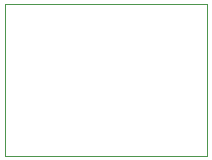
<source format=gbr>
%TF.GenerationSoftware,KiCad,Pcbnew,(5.1.9-0-10_14)*%
%TF.CreationDate,2021-04-03T00:54:56+08:00*%
%TF.ProjectId,ArduinoSWD,41726475-696e-46f5-9357-442e6b696361,rev?*%
%TF.SameCoordinates,Original*%
%TF.FileFunction,Profile,NP*%
%FSLAX46Y46*%
G04 Gerber Fmt 4.6, Leading zero omitted, Abs format (unit mm)*
G04 Created by KiCad (PCBNEW (5.1.9-0-10_14)) date 2021-04-03 00:54:56*
%MOMM*%
%LPD*%
G01*
G04 APERTURE LIST*
%TA.AperFunction,Profile*%
%ADD10C,0.050000*%
%TD*%
G04 APERTURE END LIST*
D10*
X112331500Y-66548000D02*
X115379500Y-66548000D01*
X112331500Y-79375000D02*
X112331500Y-66548000D01*
X129413000Y-79375000D02*
X112331500Y-79375000D01*
X129413000Y-66548000D02*
X129413000Y-79375000D01*
X115379500Y-66548000D02*
X129413000Y-66548000D01*
M02*

</source>
